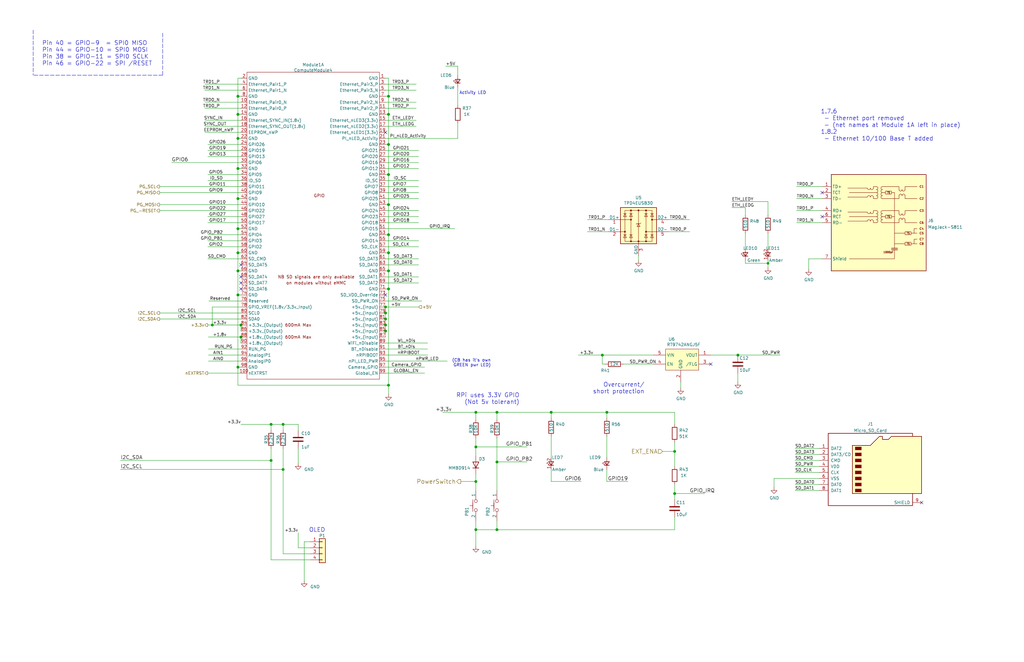
<source format=kicad_sch>
(kicad_sch (version 20211123) (generator eeschema)
  (paper "B")
  (title_block (title "ConnectBox CM4 for China Case") (date "2022-03-18") (rev "1.8.2") (comment 1 "JRA"))
  (junction (at 163.83 114.3) (diameter 1.016))
  (junction (at 100.33 106.68) (diameter 1.016))
  (junction (at 114.3 179.07) (diameter 1.016))
  (junction (at 162.56 139.7) (diameter 1.016))
  (junction (at 114.3 194.31) (diameter 1.016))
  (junction (at 209.55 223.52) (diameter 1.016))
  (junction (at 163.83 86.36) (diameter 1.016))
  (junction (at 101.6 142.24) (diameter 1.016))
  (junction (at 163.83 60.96) (diameter 1.016))
  (junction (at 163.83 40.64) (diameter 1.016))
  (junction (at 163.83 121.92) (diameter 1.016))
  (junction (at 200.66 203.2) (diameter 1.016))
  (junction (at 163.83 48.26) (diameter 1.016))
  (junction (at 209.55 194.945) (diameter 1.016))
  (junction (at 101.6 137.16) (diameter 1.016))
  (junction (at 119.38 179.07) (diameter 1.016))
  (junction (at 163.83 73.66) (diameter 1.016))
  (junction (at 163.83 99.06) (diameter 1.016))
  (junction (at 100.33 40.64) (diameter 1.016))
  (junction (at 100.33 58.42) (diameter 1.016))
  (junction (at 100.33 96.52) (diameter 1.016))
  (junction (at 284.48 190.5) (diameter 1.016))
  (junction (at 162.56 129.54) (diameter 1.016))
  (junction (at 232.41 173.99) (diameter 1.016))
  (junction (at 100.33 83.82) (diameter 1.016))
  (junction (at 89.535 137.16) (diameter 1.016))
  (junction (at 323.85 111.125))
  (junction (at 100.33 124.46) (diameter 1.016))
  (junction (at 209.55 173.99) (diameter 1.016))
  (junction (at 200.66 223.52) (diameter 1.016))
  (junction (at 255.905 173.99) (diameter 1.016))
  (junction (at 200.66 188.595) (diameter 1.016))
  (junction (at 311.15 149.86) (diameter 1.016))
  (junction (at 162.56 137.16) (diameter 1.016))
  (junction (at 200.66 173.99) (diameter 1.016))
  (junction (at 100.33 114.3) (diameter 1.016))
  (junction (at 100.33 154.94) (diameter 1.016))
  (junction (at 163.83 106.68) (diameter 1.016))
  (junction (at 254 149.86) (diameter 1.016))
  (junction (at 162.56 134.62) (diameter 1.016))
  (junction (at 163.83 162.56) (diameter 1.016))
  (junction (at 100.33 71.12) (diameter 1.016))
  (junction (at 284.48 208.28) (diameter 1.016))
  (junction (at 162.56 132.08) (diameter 1.016))
  (junction (at 100.33 48.26) (diameter 1.016))
  (junction (at 119.38 198.12) (diameter 1.016))
  (no_connect (at 388.62 212.09))
  (no_connect (at 101.6 119.38))
  (no_connect (at 101.6 116.84))
  (no_connect (at 346.71 81.28))
  (no_connect (at 346.71 91.44))
  (no_connect (at 101.6 111.76))
  (no_connect (at 299.72 153.67))
  (no_connect (at 162.56 55.88))
  (no_connect (at 101.6 121.92))
  (no_connect (at 162.56 124.46))
  (wire (pts (xy 299.72 149.86) (xy 311.15 149.86)))
  (wire (pts (xy 335.28 199.39) (xy 345.44 199.39)))
  (wire (pts (xy 162.56 129.54) (xy 162.56 132.08)))
  (wire (pts (xy 101.6 48.26) (xy 100.33 48.26)))
  (wire (pts (xy 67.31 88.9) (xy 101.6 88.9)))
  (wire (pts (xy 200.66 219.71) (xy 200.66 223.52)))
  (wire (pts (xy 162.56 45.72) (xy 175.514 45.72)))
  (wire (pts (xy 335.28 204.47) (xy 345.44 204.47)))
  (wire (pts (xy 243.84 149.86) (xy 254 149.86)))
  (wire (pts (xy 163.83 40.64) (xy 163.83 48.26)))
  (wire (pts (xy 311.15 157.48) (xy 311.15 161.29)))
  (wire (pts (xy 67.31 86.36) (xy 101.6 86.36)))
  (wire (pts (xy 100.33 71.12) (xy 101.6 71.12)))
  (wire (pts (xy 200.66 200.025) (xy 200.66 203.2)))
  (wire (pts (xy 200.66 203.2) (xy 200.66 207.01)))
  (polyline (pts (xy 13.97 12.7) (xy 13.97 31.75)) (stroke (width 0) (type dash)))
  (polyline (pts (xy 68.58 13.97) (xy 68.58 31.75)) (stroke (width 0) (type dash)))
  (polyline (pts (xy 68.58 31.75) (xy 13.97 31.75)) (stroke (width 0) (type dash)))
  (wire (pts (xy 87.63 73.66) (xy 101.6 73.66)))
  (wire (pts (xy 86.36 45.72) (xy 101.6 45.72)))
  (wire (pts (xy 162.56 147.32) (xy 180.34 147.32)))
  (wire (pts (xy 162.56 63.5) (xy 176.53 63.5)))
  (wire (pts (xy 87.63 104.14) (xy 101.6 104.14)))
  (wire (pts (xy 162.56 157.48) (xy 179.07 157.48)))
  (wire (pts (xy 128.27 228.6) (xy 128.27 245.11)))
  (wire (pts (xy 335.915 93.98) (xy 346.71 93.98)))
  (wire (pts (xy 162.56 40.64) (xy 163.83 40.64)))
  (wire (pts (xy 162.56 81.28) (xy 176.53 81.28)))
  (wire (pts (xy 162.56 96.52) (xy 191.77 96.52)))
  (wire (pts (xy 163.83 73.66) (xy 163.83 86.36)))
  (wire (pts (xy 209.55 194.945) (xy 222.25 194.945)))
  (wire (pts (xy 87.63 91.44) (xy 101.6 91.44)))
  (wire (pts (xy 162.56 111.76) (xy 176.53 111.76)))
  (wire (pts (xy 87.63 99.06) (xy 101.6 99.06)))
  (wire (pts (xy 323.85 98.425) (xy 323.85 104.775)))
  (wire (pts (xy 200.66 177.165) (xy 200.66 173.99)))
  (wire (pts (xy 87.63 101.6) (xy 101.6 101.6)))
  (wire (pts (xy 50.8 194.31) (xy 114.3 194.31)))
  (wire (pts (xy 323.85 109.855) (xy 323.85 111.125)))
  (wire (pts (xy 162.56 114.3) (xy 163.83 114.3)))
  (wire (pts (xy 340.995 109.22) (xy 340.995 113.665)))
  (wire (pts (xy 119.38 179.07) (xy 125.73 179.07)))
  (wire (pts (xy 100.33 58.42) (xy 100.33 71.12)))
  (wire (pts (xy 87.63 157.48) (xy 101.6 157.48)))
  (wire (pts (xy 193.04 36.83) (xy 193.04 44.45)))
  (wire (pts (xy 209.55 184.785) (xy 209.55 194.945)))
  (wire (pts (xy 100.33 83.82) (xy 101.6 83.82)))
  (wire (pts (xy 114.3 194.31) (xy 114.3 236.22)))
  (wire (pts (xy 114.3 236.22) (xy 130.81 236.22)))
  (wire (pts (xy 256.54 97.79) (xy 247.65 97.79)))
  (wire (pts (xy 335.28 191.77) (xy 345.44 191.77)))
  (wire (pts (xy 281.94 92.71) (xy 290.83 92.71)))
  (wire (pts (xy 162.56 71.12) (xy 176.53 71.12)))
  (wire (pts (xy 335.28 207.01) (xy 345.44 207.01)))
  (wire (pts (xy 200.66 223.52) (xy 209.55 223.52)))
  (wire (pts (xy 209.55 223.52) (xy 209.55 219.71)))
  (wire (pts (xy 335.915 88.9) (xy 346.71 88.9)))
  (wire (pts (xy 326.39 201.93) (xy 326.39 205.74)))
  (wire (pts (xy 346.71 109.22) (xy 340.995 109.22)))
  (wire (pts (xy 125.73 231.14) (xy 125.73 224.79)))
  (wire (pts (xy 130.81 231.14) (xy 125.73 231.14)))
  (wire (pts (xy 130.81 228.6) (xy 128.27 228.6)))
  (wire (pts (xy 269.24 107.95) (xy 269.24 109.855)))
  (wire (pts (xy 87.63 93.98) (xy 101.6 93.98)))
  (wire (pts (xy 162.56 119.38) (xy 176.53 119.38)))
  (wire (pts (xy 162.56 86.36) (xy 163.83 86.36)))
  (wire (pts (xy 87.63 137.16) (xy 89.535 137.16)))
  (wire (pts (xy 89.535 137.16) (xy 101.6 137.16)))
  (wire (pts (xy 100.33 58.42) (xy 101.6 58.42)))
  (wire (pts (xy 162.56 68.58) (xy 176.53 68.58)))
  (wire (pts (xy 86.36 38.1) (xy 101.6 38.1)))
  (wire (pts (xy 162.56 60.96) (xy 163.83 60.96)))
  (wire (pts (xy 162.56 101.6) (xy 176.53 101.6)))
  (wire (pts (xy 88.0872 127) (xy 101.6 127)))
  (wire (pts (xy 162.56 58.42) (xy 193.04 58.42)))
  (wire (pts (xy 194.31 203.2) (xy 200.66 203.2)))
  (wire (pts (xy 162.56 66.04) (xy 176.53 66.04)))
  (wire (pts (xy 162.56 35.56) (xy 175.514 35.56)))
  (wire (pts (xy 209.55 223.52) (xy 284.48 223.52)))
  (wire (pts (xy 284.48 210.82) (xy 284.48 208.28)))
  (wire (pts (xy 284.48 223.52) (xy 284.48 218.44)))
  (wire (pts (xy 314.325 98.425) (xy 314.325 104.775)))
  (wire (pts (xy 162.56 38.1) (xy 175.514 38.1)))
  (wire (pts (xy 162.56 144.78) (xy 180.34 144.78)))
  (wire (pts (xy 314.325 109.855) (xy 314.325 111.125)))
  (wire (pts (xy 255.905 176.53) (xy 255.905 173.99)))
  (wire (pts (xy 86.36 35.56) (xy 101.6 35.56)))
  (wire (pts (xy 163.83 86.36) (xy 163.83 99.06)))
  (wire (pts (xy 100.33 106.68) (xy 100.33 114.3)))
  (wire (pts (xy 200.66 184.785) (xy 200.66 188.595)))
  (wire (pts (xy 163.83 162.56) (xy 163.83 166.37)))
  (wire (pts (xy 87.63 76.2) (xy 101.6 76.2)))
  (wire (pts (xy 119.38 179.07) (xy 119.38 181.61)))
  (wire (pts (xy 284.48 208.28) (xy 297.18 208.28)))
  (wire (pts (xy 67.31 134.62) (xy 101.6 134.62)))
  (wire (pts (xy 284.48 186.69) (xy 284.48 190.5)))
  (wire (pts (xy 101.6 40.64) (xy 100.33 40.64)))
  (wire (pts (xy 101.6 139.7) (xy 101.6 137.16)))
  (wire (pts (xy 86.36 43.18) (xy 101.6 43.18)))
  (wire (pts (xy 87.63 63.5) (xy 101.6 63.5)))
  (wire (pts (xy 101.6 154.94) (xy 100.33 154.94)))
  (wire (pts (xy 162.56 76.2) (xy 176.53 76.2)))
  (wire (pts (xy 87.63 60.96) (xy 101.6 60.96)))
  (wire (pts (xy 162.56 91.44) (xy 176.53 91.44)))
  (wire (pts (xy 87.884 147.32) (xy 101.6 147.32)))
  (wire (pts (xy 163.83 121.92) (xy 163.83 162.56)))
  (wire (pts (xy 87.63 66.04) (xy 101.6 66.04)))
  (wire (pts (xy 100.33 154.94) (xy 100.33 162.56)))
  (wire (pts (xy 254 149.86) (xy 275.59 149.86)))
  (wire (pts (xy 101.6 33.02) (xy 100.33 33.02)))
  (wire (pts (xy 162.56 134.62) (xy 162.56 137.16)))
  (wire (pts (xy 162.56 152.4) (xy 188.595 152.4)))
  (wire (pts (xy 323.85 111.125) (xy 323.85 113.03)))
  (wire (pts (xy 100.33 114.3) (xy 101.6 114.3)))
  (wire (pts (xy 176.53 109.22) (xy 162.56 109.22)))
  (wire (pts (xy 100.33 83.82) (xy 100.33 96.52)))
  (wire (pts (xy 232.41 173.99) (xy 209.55 173.99)))
  (wire (pts (xy 232.41 176.53) (xy 232.41 173.99)))
  (wire (pts (xy 50.8 198.12) (xy 119.38 198.12)))
  (wire (pts (xy 209.55 194.945) (xy 209.55 207.01)))
  (wire (pts (xy 101.6 179.07) (xy 114.3 179.07)))
  (wire (pts (xy 162.56 50.8) (xy 175.514 50.8)))
  (wire (pts (xy 187.96 27.94) (xy 193.04 27.94)))
  (wire (pts (xy 314.325 90.805) (xy 314.325 87.63)))
  (wire (pts (xy 114.3 194.31) (xy 114.3 189.23)))
  (wire (pts (xy 100.33 96.52) (xy 101.6 96.52)))
  (wire (pts (xy 162.56 93.98) (xy 176.53 93.98)))
  (wire (pts (xy 279.4 190.5) (xy 284.48 190.5)))
  (wire (pts (xy 163.83 106.68) (xy 163.83 114.3)))
  (wire (pts (xy 162.56 99.06) (xy 163.83 99.06)))
  (wire (pts (xy 163.83 114.3) (xy 163.83 121.92)))
  (wire (pts (xy 162.56 132.08) (xy 162.56 134.62)))
  (wire (pts (xy 162.56 53.34) (xy 175.514 53.34)))
  (wire (pts (xy 284.48 190.5) (xy 284.48 196.85)))
  (wire (pts (xy 163.83 48.26) (xy 163.83 60.96)))
  (wire (pts (xy 67.31 78.74) (xy 101.6 78.74)))
  (wire (pts (xy 89.535 129.54) (xy 101.6 129.54)))
  (wire (pts (xy 100.33 40.64) (xy 100.33 48.26)))
  (wire (pts (xy 162.56 106.68) (xy 163.83 106.68)))
  (wire (pts (xy 335.28 194.31) (xy 345.44 194.31)))
  (wire (pts (xy 232.41 203.2) (xy 232.41 198.12)))
  (wire (pts (xy 86.36 50.8) (xy 101.6 50.8)))
  (wire (pts (xy 100.33 162.56) (xy 163.83 162.56)))
  (wire (pts (xy 100.33 106.68) (xy 101.6 106.68)))
  (wire (pts (xy 100.33 124.46) (xy 101.6 124.46)))
  (wire (pts (xy 67.31 132.08) (xy 101.6 132.08)))
  (wire (pts (xy 101.6 144.78) (xy 101.6 142.24)))
  (wire (pts (xy 162.56 139.7) (xy 162.56 142.24)))
  (wire (pts (xy 86.36 55.88) (xy 101.6 55.88)))
  (wire (pts (xy 335.28 196.85) (xy 345.44 196.85)))
  (wire (pts (xy 162.56 33.02) (xy 163.83 33.02)))
  (wire (pts (xy 200.66 188.595) (xy 200.66 192.405)))
  (wire (pts (xy 232.41 203.2) (xy 245.11 203.2)))
  (wire (pts (xy 255.905 203.2) (xy 264.795 203.2)))
  (wire (pts (xy 200.66 173.99) (xy 209.55 173.99)))
  (wire (pts (xy 89.535 129.54) (xy 89.535 137.16)))
  (wire (pts (xy 326.39 201.93) (xy 345.44 201.93)))
  (wire (pts (xy 254 153.67) (xy 254 149.86)))
  (wire (pts (xy 255.27 153.67) (xy 254 153.67)))
  (wire (pts (xy 162.56 127) (xy 177.8 127)))
  (wire (pts (xy 262.89 153.67) (xy 275.59 153.67)))
  (wire (pts (xy 114.3 179.07) (xy 119.38 179.07)))
  (wire (pts (xy 100.33 71.12) (xy 100.33 83.82)))
  (wire (pts (xy 200.66 223.52) (xy 200.66 230.505)))
  (wire (pts (xy 87.63 109.22) (xy 101.6 109.22)))
  (wire (pts (xy 162.56 137.16) (xy 162.56 139.7)))
  (wire (pts (xy 100.33 33.02) (xy 100.33 40.64)))
  (wire (pts (xy 232.41 173.99) (xy 255.905 173.99)))
  (wire (pts (xy 284.48 173.99) (xy 284.48 179.07)))
  (wire (pts (xy 100.33 48.26) (xy 100.33 58.42)))
  (wire (pts (xy 186.69 173.99) (xy 200.66 173.99)))
  (wire (pts (xy 162.56 88.9) (xy 176.53 88.9)))
  (wire (pts (xy 162.56 83.82) (xy 176.53 83.82)))
  (wire (pts (xy 125.73 179.07) (xy 125.73 181.61)))
  (wire (pts (xy 86.36 53.34) (xy 101.6 53.34)))
  (wire (pts (xy 125.73 189.23) (xy 125.73 195.58)))
  (wire (pts (xy 314.325 111.125) (xy 323.85 111.125)))
  (wire (pts (xy 193.04 31.75) (xy 193.04 27.94)))
  (wire (pts (xy 162.56 43.18) (xy 175.514 43.18)))
  (wire (pts (xy 335.915 83.82) (xy 346.71 83.82)))
  (wire (pts (xy 308.61 85.09) (xy 323.85 85.09)))
  (wire (pts (xy 163.83 99.06) (xy 163.83 106.68)))
  (wire (pts (xy 162.56 154.94) (xy 179.07 154.94)))
  (wire (pts (xy 308.61 87.63) (xy 314.325 87.63)))
  (wire (pts (xy 162.56 73.66) (xy 163.83 73.66)))
  (wire (pts (xy 119.38 198.12) (xy 119.38 189.23)))
  (wire (pts (xy 287.02 161.29) (xy 287.02 163.83)))
  (wire (pts (xy 255.905 184.15) (xy 255.905 193.04)))
  (wire (pts (xy 87.884 149.86) (xy 101.6 149.86)))
  (wire (pts (xy 284.48 204.47) (xy 284.48 208.28)))
  (wire (pts (xy 87.884 142.24) (xy 101.6 142.24)))
  (wire (pts (xy 176.53 104.14) (xy 162.56 104.14)))
  (wire (pts (xy 247.65 92.71) (xy 256.54 92.71)))
  (wire (pts (xy 100.33 114.3) (xy 100.33 124.46)))
  (wire (pts (xy 162.56 149.86) (xy 180.34 149.86)))
  (wire (pts (xy 119.38 198.12) (xy 119.38 233.68)))
  (wire (pts (xy 119.38 233.68) (xy 130.81 233.68)))
  (wire (pts (xy 87.884 152.4) (xy 101.6 152.4)))
  (wire (pts (xy 255.905 203.2) (xy 255.905 198.12)))
  (wire (pts (xy 114.3 179.07) (xy 114.3 181.61)))
  (wire (pts (xy 100.33 124.46) (xy 100.33 154.94)))
  (wire (pts (xy 281.94 97.79) (xy 290.83 97.79)))
  (wire (pts (xy 209.55 177.165) (xy 209.55 173.99)))
  (wire (pts (xy 311.15 149.86) (xy 328.93 149.86)))
  (wire (pts (xy 162.56 48.26) (xy 163.83 48.26)))
  (wire (pts (xy 232.41 184.15) (xy 232.41 193.04)))
  (wire (pts (xy 162.56 129.54) (xy 176.53 129.54)))
  (wire (pts (xy 255.905 173.99) (xy 284.48 173.99)))
  (wire (pts (xy 200.66 188.595) (xy 222.25 188.595)))
  (wire (pts (xy 100.33 96.52) (xy 100.33 106.68)))
  (wire (pts (xy 323.85 85.09) (xy 323.85 90.805)))
  (wire (pts (xy 101.6 142.24) (xy 101.854 142.24)))
  (wire (pts (xy 335.915 78.74) (xy 346.71 78.74)))
  (wire (pts (xy 193.04 52.07) (xy 193.04 58.42)))
  (wire (pts (xy 67.31 81.28) (xy 101.6 81.28)))
  (wire (pts (xy 162.56 121.92) (xy 163.83 121.92)))
  (wire (pts (xy 163.83 60.96) (xy 163.83 73.66)))
  (wire (pts (xy 162.56 78.74) (xy 176.53 78.74)))
  (wire (pts (xy 176.53 116.84) (xy 162.56 116.84)))
  (wire (pts (xy 335.28 189.23) (xy 345.44 189.23)))
  (wire (pts (xy 72.39 68.58) (xy 101.6 68.58)))
  (wire (pts (xy 163.83 33.02) (xy 163.83 40.64)))
  (text "1.7.6\n - Ethernet port removed\n - (net names at Module 1A left in place)\n1.8.2\n - Ethernet 10/100 Base T added" (at 346.075 59.69 0) (effects (font (size 1.778 1.778)) (justify left bottom)))
  (text "Pin 40 = GPIO-9  = SPI0 MISO  \nPin 44 = GPIO-10 = SPI0 MOSI \nPin 38 = GPIO-11 = SPI0 SCLK \nPin 46 = GPIO-22 = SPI /RESET" (at 17.78 27.94 0) (effects (font (size 1.778 1.778)) (justify left bottom)))
  (text "RPi uses 3.3V GPIO\n(Not 5v tolerant)" (at 219.075 170.815 180) (effects (font (size 1.778 1.778)) (justify right bottom)))
  (text "Overcurrent/\nshort protection" (at 271.78 166.37 180) (effects (font (size 1.778 1.778)) (justify right bottom)))
  (text "OLED" (at 137.16 224.79 180) (effects (font (size 1.778 1.778)) (justify right bottom)))
  (text "Activity LED" (at 193.675 40.005 0) (effects (font (size 1.27 1.27)) (justify left bottom)))
  (text "(CB has it's own\nGREEN pwr LED)" (at 207.01 154.94 180) (effects (font (size 1.27 1.27)) (justify right bottom)))
  (label "GPIO20" (at 172.72 66.04 180))
  (label "ETH_LEDY" (at 308.61 85.09 0))
  (label "GPIO26" (at 95.25 60.96 180))
  (label "+3.3v" (at 250.19 149.86 180))
  (label "SD_DAT1" (at 173.99 116.84 180))
  (label "GPIO12" (at 172.72 71.12 180))
  (label "GPIO9" (at 93.98 81.28 180))
  (label "GPIO14" (at 172.72 101.6 180))
  (label "SYNC_IN" (at 93.98 50.8 180))
  (label "SYNC_OUT" (at 95.504 53.34 180))
  (label "GPIO19" (at 95.25 63.5 180))
  (label "TRD2_P" (at 165.354 45.72 0))
  (label "ETH_LEDG" (at 165.354 53.34 0))
  (label "GPIO_IRQ" (at 189.865 96.52 180))
  (label "ETH_LEDY" (at 165.354 50.8 0))
  (label "nPWR_LED" (at 175.26 152.4 0))
  (label "GPIO_PB1" (at 213.36 188.595 0) (effects (font (size 1.524 1.524))))
  (label "Camera_GPIO" (at 177.8 154.94 180))
  (label "GPIO18" (at 172.72 93.98 180))
  (label "SD_CLK" (at 172.72 104.14 180))
  (label "TRD1_N" (at 92.71 38.1 180))
  (label "SD_CMD" (at 335.28 194.31 0))
  (label "GPIO_PB1" (at 93.98 101.6 180))
  (label "+3.3v" (at 125.73 224.79 180))
  (label "GPIO6" (at 72.39 68.58 0) (effects (font (size 1.524 1.524))))
  (label "TRD0_N" (at 289.56 92.71 180))
  (label "SD_DAT3" (at 335.28 191.77 0))
  (label "TRD1_P" (at 92.71 35.56 180))
  (label "TRD3_N" (at 165.354 38.1 0))
  (label "GPIO_IRQ" (at 290.83 208.28 0) (effects (font (size 1.524 1.524))))
  (label "SD_CMD" (at 95.25 109.22 180))
  (label "SD_DAT3" (at 173.99 109.22 180))
  (label "+1.8v" (at 95.504 142.24 180))
  (label "I2C_SDA" (at 50.8 194.31 0) (effects (font (size 1.524 1.524))))
  (label "TRD1_P" (at 255.27 92.71 180))
  (label "EEPROM_nWP" (at 98.552 55.88 180))
  (label "TRD2_N" (at 165.354 43.18 0))
  (label "SD_CLK" (at 335.28 199.39 0))
  (label "GPIO5" (at 93.98 73.66 180))
  (label "GPIO16" (at 172.72 68.58 180))
  (label "GPIO2" (at 93.98 104.14 180))
  (label "GPIO8" (at 171.45 81.28 180))
  (label "+3.3v" (at 95.504 137.16 180))
  (label "GPIO19" (at 264.795 203.2 180) (effects (font (size 1.524 1.524))))
  (label "I2C_SDA" (at 74.93 134.62 0))
  (label "TRD1_P" (at 335.915 88.9 0))
  (label "SD_PWR_ON" (at 165.1 127 0))
  (label "TRD1_N" (at 335.915 93.98 0))
  (label "GPIO23" (at 172.72 91.44 180))
  (label "WL_nDis" (at 175.26 144.78 180))
  (label "TRD0_N" (at 92.71 43.18 180))
  (label "I2C_SCL" (at 74.93 132.08 0))
  (label "AIN0" (at 94.234 152.4 180))
  (label "+5V" (at 168.91 129.54 180))
  (label "TRD0_N" (at 335.915 83.82 0))
  (label "ID_SC" (at 171.45 76.2 180))
  (label "SD_PWR" (at 321.31 149.86 0))
  (label "GPIO13" (at 95.25 66.04 180))
  (label "SD_DAT1" (at 335.28 207.01 0))
  (label "SD_PWR_ON" (at 265.43 153.67 0))
  (label "GLOBAL_EN" (at 176.53 157.48 180))
  (label "GPIO11" (at 95.25 78.74 180))
  (label "GPIO10" (at 95.25 86.36 180))
  (label "GPIO25" (at 172.72 83.82 180))
  (label "TRD0_P" (at 92.71 45.72 180))
  (label "+3.3v" (at 190.5 173.99 180) (effects (font (size 1.524 1.524))))
  (label "GPIO6" (at 245.11 203.2 180) (effects (font (size 1.524 1.524))))
  (label "+3.3v" (at 101.6 179.07 180))
  (label "PI_nLED_Activity" (at 179.705 58.42 180))
  (label "nRPIBOOT" (at 176.9872 149.86 180))
  (label "TRD1_N" (at 255.27 97.79 180))
  (label "TRD3_P" (at 165.354 35.56 0))
  (label "ID_SD" (at 93.98 76.2 180))
  (label "GPIO22" (at 95.25 88.9 180))
  (label "BT_nDis" (at 175.1076 147.32 180))
  (label "SD_DAT2" (at 335.28 189.23 0))
  (label "GPIO21" (at 172.72 63.5 180))
  (label "Reserved" (at 97.155 127 180))
  (label "I2C_SCL" (at 50.8 198.12 0) (effects (font (size 1.524 1.524))))
  (label "+5V" (at 187.96 27.94 0))
  (label "GPIO27" (at 95.25 91.44 180))
  (label "SD_DAT2" (at 173.99 119.38 180))
  (label "GPIO_PB2" (at 213.36 194.945 0) (effects (font (size 1.524 1.524))))
  (label "SD_DAT0" (at 173.99 111.76 180))
  (label "TRD0_P" (at 335.915 78.74 0))
  (label "RUN_PG" (at 98.044 147.32 180))
  (label "AIN1" (at 94.234 149.86 180))
  (label "GPIO17" (at 95.25 93.98 180))
  (label "GPIO24" (at 172.72 88.9 180))
  (label "SD_DAT0" (at 335.28 204.47 0))
  (label "SD_PWR" (at 335.28 196.85 0))
  (label "GPIO7" (at 171.45 78.74 180))
  (label "ETH_LEDG" (at 308.61 87.63 0))
  (label "GPIO_PB2" (at 93.98 99.06 180))
  (label "TRD0_P" (at 289.56 97.79 180))
  (hierarchical_label "+5V" (shape input) (at 176.53 129.54 0))
  (hierarchical_label "PG_-RESET" (shape output) (at 67.31 88.9 180))
  (hierarchical_label "PG_MISO" (shape output) (at 67.31 81.28 180))
  (hierarchical_label "nEXTRST" (shape output) (at 87.63 157.48 180))
  (hierarchical_label "+3.3v" (shape output) (at 87.63 137.16 180))
  (hierarchical_label "PowerSwitch" (shape output) (at 194.31 203.2 180) (effects (font (size 1.778 1.778))))
  (hierarchical_label "PG_SCL" (shape output) (at 67.31 78.74 180))
  (hierarchical_label "I2C_SCL" (shape output) (at 67.31 132.08 180))
  (hierarchical_label "EXT_ENA" (shape input) (at 279.4 190.5 180) (effects (font (size 1.778 1.778))))
  (hierarchical_label "PG_MOSI" (shape output) (at 67.31 86.36 180))
  (hierarchical_label "I2C_SDA" (shape output) (at 67.31 134.62 180))
  (symbol (lib_id "power:GND") (at 340.995 113.665 0) (unit 1)
    (property "Reference" "#PWR0101" (effects hide))
    (property "Value" "GND" (at 341.122 118.0592 0))
  )
  (symbol (lib_id "Device:R") (at 209.55 180.975 180) (unit 1)
    (property "Reference" "R39" (at 207.518 180.975 90))
    (property "Value" "10K" (at 209.55 180.975 90))
    (property "Footprint" "Resistor_SMD:R_0603_1608Metric" (effects hide))
    (property "Manufacturer" "Yageo" (effects hide))
    (property "Manufacturer P/N" "RC0603FR-0710KL" (effects hide))
    (property "Description" "RES SMD 10K OHM 1% 1/8W 0603" (effects hide))
    (property "DigiKey P/N" "311-10.0KHRCT-ND" (effects hide))
    (property "Type" "SMD" (effects hide))
  )
  (symbol (lib_id "Custom_1:MagJack-S811") (at 369.57 116.84 0) (unit 1)
    (property "Reference" "J6" (at 391.287 93.0715 0) (effects (justify left)))
    (property "Value" "MagJack-S811" (at 391.287 95.8466 0) (effects (justify left)))
    (property "Footprint" "CustomComponents:MagJack_S811" (effects hide))
    (property "Manufacturer" "Bel Fuse Inc" (effects hide))
    (property "Manufacturer P/N" "S811-1X1T-06-F" (effects hide))
    (property "Description" "10/100 Ethernet Magjack" (effects hide))
    (property "DigiKey P/N" "507-1456-1-ND" (effects hide))
  )
  (symbol (lib_id "power:GND") (at 128.27 245.11 0) (unit 1)
    (property "Reference" "#PWR03" (effects hide))
    (property "Value" "GND" (at 132.842 247.5992 0))
  )
  (symbol (lib_id "power:GND") (at 200.66 230.505 0) (unit 1)
    (property "Reference" "#PWR05" (effects hide))
    (property "Value" "GND" (at 205.232 232.9942 0))
  )
  (symbol (lib_id "CustomComponents:SPST-PUSH") (at 200.66 213.36 90) (unit 1)
    (property "Reference" "PB1" (at 196.85 215.9 0))
    (property "Value" "SPST-PUSH" (effects hide))
    (property "Footprint" "CustomComponents:SW-TL3330A" (effects hide))
    (property "Manufacturer" "E-Switch" (effects hide))
    (property "Manufacturer P/N" "TL3330AF130QG" (effects hide))
    (property "Description" "Tactile Switch SPST-NO Side Actuated SMD, RA" (effects hide))
    (property "DigiKey P/N" "EG4388CT-ND" (effects hide))
    (property "Type" "SMD" (effects hide))
  )
  (symbol (lib_id "Device:R") (at 284.48 200.66 180) (unit 1)
    (property "Reference" "R43" (at 288.29 198.12 0))
    (property "Value" "1K" (at 288.29 200.66 0))
    (property "Footprint" "Resistor_SMD:R_0603_1608Metric" (effects hide))
    (property "Manufacturer" "Yageo" (effects hide))
    (property "Manufacturer P/N" "RC0603FR-071KL" (effects hide))
    (property "Description" "RES SMD 1K OHM 1% 1/8W 0603" (effects hide))
    (property "DigiKey P/N" "311-1.00KHRCT-ND" (effects hide))
    (property "Type" "SMD" (effects hide))
  )
  (symbol (lib_id "power:GND") (at 287.02 163.83 0) (unit 1)
    (property "Reference" "#PWR08" (effects hide))
    (property "Value" "GND" (at 287.147 168.2242 0))
  )
  (symbol (lib_id "power:GND") (at 125.73 195.58 0) (unit 1)
    (property "Reference" "#PWR02" (effects hide))
    (property "Value" "GND" (at 130.302 198.0692 0))
  )
  (symbol (lib_id "CustomComponents:SPST-PUSH") (at 209.55 213.36 90) (unit 1)
    (property "Reference" "PB2" (at 205.74 215.9 0))
    (property "Value" "SPST-PUSH" (effects hide))
    (property "Footprint" "CustomComponents:SW-TL3330A" (effects hide))
    (property "Manufacturer" "E-Switch" (effects hide))
    (property "Manufacturer P/N" "TL3330AF130QG" (effects hide))
    (property "Description" "Tactile Switch SPST-NO Side Actuated SMD, RA" (effects hide))
    (property "DigiKey P/N" "EG4388CT-ND" (effects hide))
    (property "Type" "SMD" (effects hide))
  )
  (symbol (lib_id "Diode:1N914") (at 200.66 196.215 90) (unit 1)
    (property "Reference" "D3" (at 203.2 193.675 90))
    (property "Value" "MMBD914" (at 193.675 197.485 90))
    (property "Footprint" "Diode_SMD:D_SOT-23_ANK" (effects hide))
    (property "Datasheet" "http://www.vishay.com/docs/85622/1n914.pdf" (effects hide))
    (property "Manufacturer" "ON Semiconductor" (effects hide))
    (property "Manufacturer P/N" "MMBD914LT1G" (effects hide))
    (property "Description" "DIODE GEN PURP 100V 200MA SOT23" (effects hide))
    (property "DigiKey P/N" "MMBD914LT1GOSCT-ND" (effects hide))
    (property "Type" "SMD" (effects hide))
  )
  (symbol (lib_id "power:GND") (at 323.85 113.03 0) (unit 1)
    (property "Reference" "#PWR07" (effects hide))
    (property "Value" "GND" (at 323.977 117.4242 0))
  )
  (symbol (lib_id "Device:R") (at 119.38 185.42 180) (unit 1)
    (property "Reference" "R36" (at 117.348 185.42 90))
    (property "Value" "2.2K" (at 119.38 185.42 90))
    (property "Footprint" "Resistor_SMD:R_0603_1608Metric" (effects hide))
    (property "Manufacturer" "Yageo" (effects hide))
    (property "Manufacturer P/N" "RC0603FR-072K2L" (effects hide))
    (property "Description" "RES SMD 2.2K OHM 1% 1/8W 0603" (effects hide))
    (property "DigiKey P/N" "311-2.20KHRCT-ND" (effects hide))
    (property "Type" "SMD" (effects hide))
  )
  (symbol (lib_id "Device:LED_Small") (at 314.325 107.315 90) (unit 1)
    (property "Reference" "LED10" (at 319.405 104.775 90) (effects (justify left)))
    (property "Value" "Green" (at 320.675 109.855 90) (effects (justify left)))
    (property "Footprint" "LED_SMD:LED_0603_1608Metric" (effects hide))
    (property "Manufacturer" "Lite-On Inc." (effects hide))
    (property "Manufacturer P/N" "LTST-C191KFKT" (effects hide))
    (property "Description" "LED GREEN CLEAR 0603 SMD" (effects hide))
    (property "DigiKey P/N" "160-1446-1-ND" (effects hide))
    (property "Type" "SMD" (effects hide))
  )
  (symbol (lib_id "Device:R") (at 255.905 180.34 0) (unit 1)
    (property "Reference" "R56" (at 259.715 179.07 0))
    (property "Value" "510" (at 255.905 180.34 90))
    (property "Footprint" "Resistor_SMD:R_0603_1608Metric" (effects hide))
    (property "Manufacturer" "Yageo" (effects hide))
    (property "Manufacturer P/N" "RC0603FR-07510RL" (effects hide))
    (property "Description" "RES SMD 1K OHM 1% 1/8W 0603" (effects hide))
    (property "DigiKey P/N" "311-510HRCT-ND" (effects hide))
    (property "Type" "SMD" (effects hide))
  )
  (symbol (lib_id "Device:R") (at 284.48 182.88 0) (unit 1)
    (property "Reference" "R42" (at 288.29 181.61 0))
    (property "Value" "51K" (at 288.29 184.15 0))
    (property "Footprint" "Resistor_SMD:R_0603_1608Metric" (effects hide))
    (property "Manufacturer" "Yageo" (effects hide))
    (property "Manufacturer P/N" "RC0603FR-071KL" (effects hide))
    (property "Description" "RES SMD 51K OHM 1% 1/8W 0603" (effects hide))
    (property "DigiKey P/N" "311-51.0KHRCT-ND" (effects hide))
    (property "Type" "SMD" (effects hide))
  )
  (symbol (lib_id "Device:LED_Small") (at 255.905 195.58 90) (unit 1)
    (property "Reference" "LED9" (at 253.365 193.04 90) (effects (justify left)))
    (property "Value" "Blue" (at 254.635 198.12 90) (effects (justify left)))
    (property "Footprint" "LED_SMD:LED_0603_1608Metric" (effects hide))
    (property "Manufacturer" "Inolux" (effects hide))
    (property "Manufacturer P/N" "IN-S63BT5B" (effects hide))
    (property "Description" "LED BLUE CLEAR 0603 SMD" (effects hide))
    (property "DigiKey P/N" "1830-1068-1-ND" (effects hide))
    (property "Type" "SMD" (effects hide))
  )
  (symbol (lib_id "Device:R") (at 200.66 180.975 180) (unit 1)
    (property "Reference" "R38" (at 198.628 180.975 90))
    (property "Value" "10K" (at 200.66 180.975 90))
    (property "Footprint" "Resistor_SMD:R_0603_1608Metric" (effects hide))
    (property "Manufacturer" "Yageo" (effects hide))
    (property "Manufacturer P/N" "RC0603FR-0710KL" (effects hide))
    (property "Description" "RES SMD 10K OHM 1% 1/8W 0603" (effects hide))
    (property "DigiKey P/N" "311-10.0KHRCT-ND" (effects hide))
    (property "Type" "SMD" (effects hide))
  )
  (symbol (lib_id "Device:R") (at 314.325 94.615 0) (unit 1)
    (property "Reference" "R48" (at 318.135 93.345 0))
    (property "Value" "510" (at 314.325 94.615 90))
    (property "Footprint" "Resistor_SMD:R_0603_1608Metric" (effects hide))
    (property "Manufacturer" "Yageo" (effects hide))
    (property "Manufacturer P/N" "RC0603FR-07510RL" (effects hide))
    (property "Description" "RES SMD 1K OHM 1% 1/8W 0603" (effects hide))
    (property "DigiKey P/N" "311-510HRCT-ND" (effects hide))
    (property "Type" "SMD" (effects hide))
  )
  (symbol (lib_id "CM4IO:TPD4EUSB30") (at 269.24 95.25 0) (unit 1)
    (property "Reference" "U5" (at 269.24 83.3882 0))
    (property "Value" "TPD4EUSB30" (at 269.24 85.6996 0))
    (property "Footprint" "CustomComponents:USON-10_2.5x1.0mm_P0.5mm" (effects hide))
    (property "Manufacturer" "TI" (effects hide))
    (property "Manufacturer P/N" "TPD4EUSB30DQAR" (effects hide))
    (property "Description" "Quad TVS diode for high speed signals (USB3, GigE etc.)" (effects hide))
    (property "DigiKey P/N" "296-28063-1-ND" (effects hide))
    (property "Type" "SMD" (effects hide))
  )
  (symbol (lib_id "power:GND") (at 311.15 161.29 0) (unit 1)
    (property "Reference" "#PWR09" (effects hide))
    (property "Value" "GND" (at 311.277 165.6842 0))
  )
  (symbol (lib_id "Device:R") (at 232.41 180.34 0) (unit 1)
    (property "Reference" "R40" (at 236.22 179.07 0))
    (property "Value" "510" (at 232.41 180.34 90))
    (property "Footprint" "Resistor_SMD:R_0603_1608Metric" (effects hide))
    (property "Manufacturer" "Yageo" (effects hide))
    (property "Manufacturer P/N" "RC0603FR-07510RL" (effects hide))
    (property "Description" "RES SMD 1K OHM 1% 1/8W 0603" (effects hide))
    (property "DigiKey P/N" "311-510HRCT-ND" (effects hide))
    (property "Type" "SMD" (effects hide))
  )
  (symbol (lib_id "Custom_1:T9742ANGJ5F") (at 288.29 156.21 0) (unit 1)
    (property "Reference" "U6" (at 283.21 143.129 0))
    (property "Value" "RT9742ANGJ5F" (at 288.29 145.4404 0))
    (property "Footprint" "Package_TO_SOT_SMD:SOT-23-5" (effects hide))
    (property "Datasheet" "https://www.richtek.com/assets/product_file/RT9742/DS9742-00.pdf" (effects hide))
    (property "Manufacturer" "Richtek" (effects hide))
    (property "Manufacturer P/N" "RT9742ANGJ5F" (effects hide))
    (property "Description" "Power Switch/Driver 1:1 N-Channel 1A TSOT-23-5" (effects hide))
    (property "DigiKey P/N" "1028-1427-1-ND" (effects hide))
    (property "Type" "SMD" (effects hide))
  )
  (symbol (lib_id "Connector_Generic:Conn_01x04") (at 135.89 231.14 0) (unit 1)
    (property "Reference" "P1" (at 135.89 226.06 0))
    (property "Value" "Conn_01x04" (effects hide))
    (property "Footprint" "Connector_PinHeader_2.54mm:PinHeader_1x04_P2.54mm_Vertical" (effects hide))
    (property "Type" "ThroughHole" (effects hide))
  )
  (symbol (lib_name "LED_Small_1") (lib_id "Device:LED_Small") (at 323.85 107.315 90) (unit 1)
    (property "Reference" "LED11" (at 328.93 104.775 90) (effects (justify left)))
    (property "Value" "Amber" (at 330.2 109.855 90) (effects (justify left)))
    (property "Footprint" "LED_SMD:LED_0603_1608Metric" (effects hide))
    (property "Manufacturer" "Lite-On Inc." (effects hide))
    (property "Manufacturer P/N" "LTST-C191KFKT" (effects hide))
    (property "Description" "LED AMBER CLEAR 0603 SMD" (effects hide))
    (property "DigiKey P/N" "160-1445-1-ND" (effects hide))
    (property "Type" "SMD" (effects hide))
  )
  (symbol (lib_id "power:GND") (at 269.24 109.855 0) (unit 1)
    (property "Reference" "#PWR06" (effects hide))
    (property "Value" "GND" (at 269.367 114.2492 0))
  )
  (symbol (lib_id "power:GND") (at 163.83 166.37 0) (unit 1)
    (property "Reference" "#PWR04" (effects hide))
    (property "Value" "GND" (at 163.957 170.7642 0))
  )
  (symbol (lib_id "Device:R") (at 259.08 153.67 270) (unit 1)
    (property "Reference" "R41" (at 255.27 156.337 90))
    (property "Value" "12K" (at 259.08 153.67 90))
    (property "Footprint" "Resistor_SMD:R_0603_1608Metric" (effects hide))
    (property "Manufacturer" "Yageo" (effects hide))
    (property "Manufacturer P/N" "RC0603FR-12K2L" (effects hide))
    (property "Description" "RES SMD 12K OHM 1% 1/8W 0603" (effects hide))
    (property "DigiKey P/N" "311-12.0KHRCT-ND" (effects hide))
    (property "Type" "SMD" (effects hide))
  )
  (symbol (lib_id "Device:C") (at 284.48 214.63 0) (unit 1)
    (property "Reference" "C11" (at 285.115 212.09 0) (effects (justify left)))
    (property "Value" "10uF" (at 285.115 217.17 0) (effects (justify left)))
    (property "Footprint" "Capacitor_SMD:C_0603_1608Metric" (effects hide))
    (property "Manufacturer" "Samsung Electro-Mechanics" (effects hide))
    (property "Manufacturer P/N" "C0603C106M9PACTU" (effects hide))
    (property "Description" "CAP CER 10UF 6.3V X5R 0603" (effects hide))
    (property "DigiKey P/N" "399-C0603C106M9PAC7867CT-ND" (effects hide))
    (property "Type" "SMD" (effects hide))
  )
  (symbol (lib_id "Device:R") (at 114.3 185.42 180) (unit 1)
    (property "Reference" "R35" (at 112.268 185.42 90))
    (property "Value" "2.2K" (at 114.3 185.42 90))
    (property "Footprint" "Resistor_SMD:R_0603_1608Metric" (effects hide))
    (property "Manufacturer" "Yageo" (effects hide))
    (property "Manufacturer P/N" "RC0603FR-072K2L" (effects hide))
    (property "Description" "RES SMD 2.2K OHM 1% 1/8W 0603" (effects hide))
    (property "DigiKey P/N" "311-2.20KHRCT-ND" (effects hide))
    (property "Type" "SMD" (effects hide))
  )
  (symbol (lib_id "Device:LED_Small") (at 193.04 34.29 90) (unit 1)
    (property "Reference" "LED6" (at 190.5 31.75 90) (effects (justify left)))
    (property "Value" "Blue" (at 191.77 36.83 90) (effects (justify left)))
    (property "Footprint" "LED_SMD:LED_0603_1608Metric" (effects hide))
    (property "Manufacturer" "Inolux" (effects hide))
    (property "Manufacturer P/N" "IN-S63BT5B" (effects hide))
    (property "Description" "LED BLUE CLEAR 0603 SMD" (effects hide))
    (property "DigiKey P/N" "1830-1068-1-ND" (effects hide))
    (property "Type" "SMD" (effects hide))
  )
  (symbol (lib_id "Connector:Micro_SD_Card") (at 368.3 196.85 0) (unit 1)
    (property "Reference" "J1" (at 367.03 178.9134 0))
    (property "Value" "Micro_SD_Card" (at 367.03 181.6885 0))
    (property "Footprint" "CM4IO:SDCARD_MOLEX_503398-1892" (effects hide))
    (property "Manufacturer" "Molex" (effects hide))
    (property "Manufacturer P/N" "5033981892" (effects hide))
    (property "DigiKey P/N" "WM11190CT-ND" (effects hide))
    (property "Type" "SMD" (effects hide))
  )
  (symbol (lib_name "LED_Small_1") (lib_id "Device:LED_Small") (at 232.41 195.58 90) (unit 1)
    (property "Reference" "LED7" (at 237.49 193.04 90) (effects (justify left)))
    (property "Value" "Amber" (at 238.76 198.12 90) (effects (justify left)))
    (property "Footprint" "LED_SMD:LED_0603_1608Metric" (effects hide))
    (property "Manufacturer" "Lite-On Inc." (effects hide))
    (property "Manufacturer P/N" "LTST-C191KFKT" (effects hide))
    (property "Description" "LED AMBER CLEAR 0603 SMD" (effects hide))
    (property "DigiKey P/N" "160-1445-1-ND" (effects hide))
    (property "Type" "SMD" (effects hide))
  )
  (symbol (lib_id "Device:C") (at 125.73 185.42 0) (unit 1)
    (property "Reference" "C10" (at 127 182.88 0) (effects (justify left)))
    (property "Value" "1uF" (at 127 188.595 0) (effects (justify left)))
    (property "Footprint" "Capacitor_SMD:C_0603_1608Metric" (effects hide))
    (property "Manufacturer" "Samsung" (effects hide))
    (property "Manufacturer P/N" "CL10A105KQ8NNNC‎" (effects hide))
    (property "Description" "CAP CER 1UF 6.3V X5R 0603" (effects hide))
    (property "DigiKey P/N" "1276-1036-1-ND" (effects hide))
    (property "Type" "SMD" (effects hide))
  )
  (symbol (lib_id "Device:R") (at 323.85 94.615 0) (unit 1)
    (property "Reference" "R49" (at 327.66 93.345 0))
    (property "Value" "510" (at 323.85 94.615 90))
    (property "Footprint" "Resistor_SMD:R_0603_1608Metric" (effects hide))
    (property "Manufacturer" "Yageo" (effects hide))
    (property "Manufacturer P/N" "RC0603FR-07510RL" (effects hide))
    (property "Description" "RES SMD 1K OHM 1% 1/8W 0603" (effects hide))
    (property "DigiKey P/N" "311-510HRCT-ND" (effects hide))
    (property "Type" "SMD" (effects hide))
  )
  (symbol (lib_id "CM4IO:ComputeModule4-CM4") (at 134.62 88.9 0) (unit 1)
    (property "Reference" "Module1" (at 132.08 27.305 0))
    (property "Value" "ComputeModule4" (at 132.08 29.6164 0))
    (property "Footprint" "CustomComponents:CM4_Module_noHoles" (effects hide))
    (property "Manufacturer" "Hirose" (effects hide))
    (property "Manufacturer P/N" "DF40C-100DS-0.4V (requires two each)" (effects hide))
    (property "Description" "100 Position Connector Receptacle, Center Strip Contacts Surface Mount Gold" (effects hide))
    (property "DigiKey P/N" "H11615CT-ND (requires two each)" (effects hide))
    (property "Type" "SMD" (effects hide))
  )
  (symbol (lib_id "Device:R") (at 193.04 48.26 180) (unit 1)
    (property "Reference" "R37" (at 196.85 45.72 0))
    (property "Value" "1K" (at 196.85 48.26 0))
    (property "Footprint" "Resistor_SMD:R_0603_1608Metric" (effects hide))
    (property "Manufacturer" "Yageo" (effects hide))
    (property "Manufacturer P/N" "RC0603FR-071KL" (effects hide))
    (property "Description" "RES SMD 1K OHM 1% 1/8W 0603" (effects hide))
    (property "DigiKey P/N" "311-1.00KHRCT-ND" (effects hide))
    (property "Type" "SMD" (effects hide))
  )
  (symbol (lib_id "Device:C") (at 311.15 153.67 0) (unit 1)
    (property "Reference" "C12" (at 311.785 151.13 0) (effects (justify left)))
    (property "Value" "10uF" (at 311.785 156.21 0) (effects (justify left)))
    (property "Footprint" "Capacitor_SMD:C_0603_1608Metric" (effects hide))
    (property "Manufacturer" "Samsung Electro-Mechanics" (effects hide))
    (property "Manufacturer P/N" "C0603C106M9PACTU" (effects hide))
    (property "Description" "CAP CER 10UF 6.3V X5R 0603" (effects hide))
    (property "DigiKey P/N" "399-C0603C106M9PAC7867CT-ND" (effects hide))
    (property "Type" "SMD" (effects hide))
  )
  (symbol (lib_id "power:GND") (at 326.39 205.74 0) (unit 1)
    (property "Reference" "#PWR010" (effects hide))
    (property "Value" "GND" (at 326.517 210.1342 0))
  )
)
</source>
